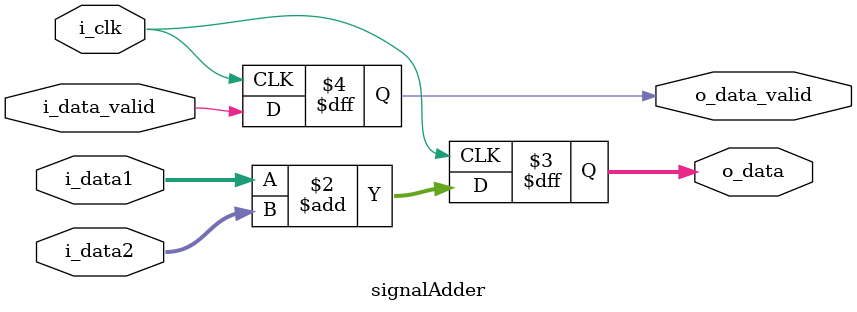
<source format=v>
`timescale 1ns / 1ps


module signalAdder(
input        i_clk,
input [11:0] i_data1,
input [11:0] i_data2,
input        i_data_valid,
output reg [11:0] o_data,
output  reg  o_data_valid
    );
    
always @(posedge i_clk)
begin
    o_data_valid <= i_data_valid;
    o_data <= $signed(i_data1) + $signed(i_data2);
end    
    
endmodule

</source>
